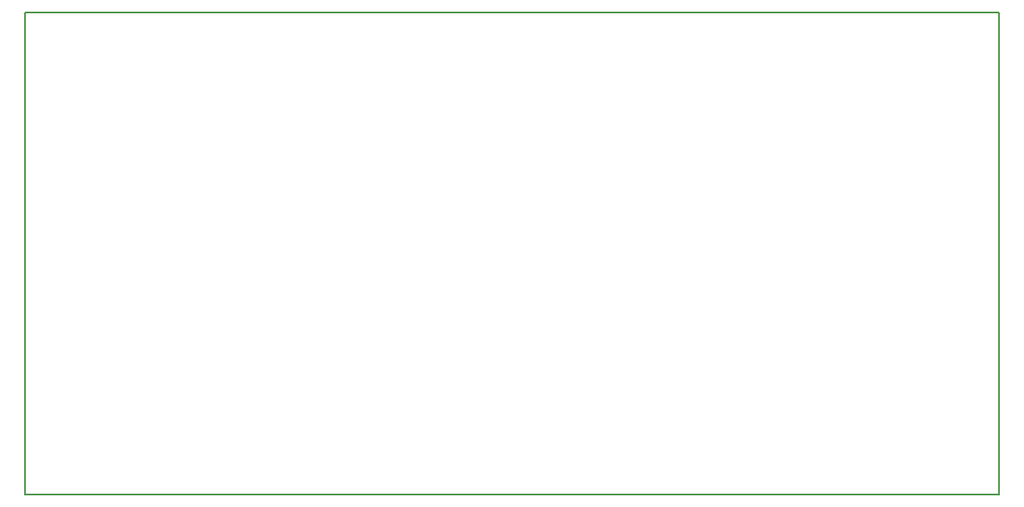
<source format=gbr>
G04 #@! TF.FileFunction,Profile,NP*
%FSLAX46Y46*%
G04 Gerber Fmt 4.6, Leading zero omitted, Abs format (unit mm)*
G04 Created by KiCad (PCBNEW 4.0.4-stable) date 11/17/16 13:04:47*
%MOMM*%
%LPD*%
G01*
G04 APERTURE LIST*
%ADD10C,0.100000*%
%ADD11C,0.150000*%
G04 APERTURE END LIST*
D10*
D11*
X99040000Y-250000D02*
X40000Y-250000D01*
X99040000Y48750000D02*
X99040000Y-250000D01*
X40000Y48750000D02*
X99040000Y48750000D01*
X40000Y-250000D02*
X40000Y48750000D01*
M02*

</source>
